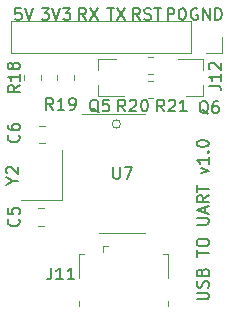
<source format=gbr>
%TF.GenerationSoftware,KiCad,Pcbnew,(5.1.7)-1*%
%TF.CreationDate,2021-02-24T18:36:54+01:00*%
%TF.ProjectId,Temperature-controller-with-ESP8266,54656d70-6572-4617-9475-72652d636f6e,rev?*%
%TF.SameCoordinates,Original*%
%TF.FileFunction,Legend,Top*%
%TF.FilePolarity,Positive*%
%FSLAX46Y46*%
G04 Gerber Fmt 4.6, Leading zero omitted, Abs format (unit mm)*
G04 Created by KiCad (PCBNEW (5.1.7)-1) date 2021-02-24 18:36:54*
%MOMM*%
%LPD*%
G01*
G04 APERTURE LIST*
%ADD10C,0.150000*%
%ADD11C,0.120000*%
G04 APERTURE END LIST*
D10*
X140676380Y-95741285D02*
X141485904Y-95741285D01*
X141581142Y-95693666D01*
X141628761Y-95646047D01*
X141676380Y-95550809D01*
X141676380Y-95360333D01*
X141628761Y-95265095D01*
X141581142Y-95217476D01*
X141485904Y-95169857D01*
X140676380Y-95169857D01*
X141628761Y-94741285D02*
X141676380Y-94598428D01*
X141676380Y-94360333D01*
X141628761Y-94265095D01*
X141581142Y-94217476D01*
X141485904Y-94169857D01*
X141390666Y-94169857D01*
X141295428Y-94217476D01*
X141247809Y-94265095D01*
X141200190Y-94360333D01*
X141152571Y-94550809D01*
X141104952Y-94646047D01*
X141057333Y-94693666D01*
X140962095Y-94741285D01*
X140866857Y-94741285D01*
X140771619Y-94693666D01*
X140724000Y-94646047D01*
X140676380Y-94550809D01*
X140676380Y-94312714D01*
X140724000Y-94169857D01*
X141152571Y-93407952D02*
X141200190Y-93265095D01*
X141247809Y-93217476D01*
X141343047Y-93169857D01*
X141485904Y-93169857D01*
X141581142Y-93217476D01*
X141628761Y-93265095D01*
X141676380Y-93360333D01*
X141676380Y-93741285D01*
X140676380Y-93741285D01*
X140676380Y-93407952D01*
X140724000Y-93312714D01*
X140771619Y-93265095D01*
X140866857Y-93217476D01*
X140962095Y-93217476D01*
X141057333Y-93265095D01*
X141104952Y-93312714D01*
X141152571Y-93407952D01*
X141152571Y-93741285D01*
X140676380Y-92122238D02*
X140676380Y-91550809D01*
X141676380Y-91836523D02*
X140676380Y-91836523D01*
X140676380Y-91027000D02*
X140676380Y-90836523D01*
X140724000Y-90741285D01*
X140819238Y-90646047D01*
X141009714Y-90598428D01*
X141343047Y-90598428D01*
X141533523Y-90646047D01*
X141628761Y-90741285D01*
X141676380Y-90836523D01*
X141676380Y-91027000D01*
X141628761Y-91122238D01*
X141533523Y-91217476D01*
X141343047Y-91265095D01*
X141009714Y-91265095D01*
X140819238Y-91217476D01*
X140724000Y-91122238D01*
X140676380Y-91027000D01*
X140676380Y-89407952D02*
X141485904Y-89407952D01*
X141581142Y-89360333D01*
X141628761Y-89312714D01*
X141676380Y-89217476D01*
X141676380Y-89027000D01*
X141628761Y-88931761D01*
X141581142Y-88884142D01*
X141485904Y-88836523D01*
X140676380Y-88836523D01*
X141390666Y-88407952D02*
X141390666Y-87931761D01*
X141676380Y-88503190D02*
X140676380Y-88169857D01*
X141676380Y-87836523D01*
X141676380Y-86931761D02*
X141200190Y-87265095D01*
X141676380Y-87503190D02*
X140676380Y-87503190D01*
X140676380Y-87122238D01*
X140724000Y-87027000D01*
X140771619Y-86979380D01*
X140866857Y-86931761D01*
X141009714Y-86931761D01*
X141104952Y-86979380D01*
X141152571Y-87027000D01*
X141200190Y-87122238D01*
X141200190Y-87503190D01*
X140676380Y-86646047D02*
X140676380Y-86074619D01*
X141676380Y-86360333D02*
X140676380Y-86360333D01*
X141009714Y-85074619D02*
X141676380Y-84836523D01*
X141009714Y-84598428D01*
X141676380Y-83693666D02*
X141676380Y-84265095D01*
X141676380Y-83979380D02*
X140676380Y-83979380D01*
X140819238Y-84074619D01*
X140914476Y-84169857D01*
X140962095Y-84265095D01*
X141581142Y-83265095D02*
X141628761Y-83217476D01*
X141676380Y-83265095D01*
X141628761Y-83312714D01*
X141581142Y-83265095D01*
X141676380Y-83265095D01*
X140676380Y-82598428D02*
X140676380Y-82503190D01*
X140724000Y-82407952D01*
X140771619Y-82360333D01*
X140866857Y-82312714D01*
X141057333Y-82265095D01*
X141295428Y-82265095D01*
X141485904Y-82312714D01*
X141581142Y-82360333D01*
X141628761Y-82407952D01*
X141676380Y-82503190D01*
X141676380Y-82598428D01*
X141628761Y-82693666D01*
X141581142Y-82741285D01*
X141485904Y-82788904D01*
X141295428Y-82836523D01*
X141057333Y-82836523D01*
X140866857Y-82788904D01*
X140771619Y-82741285D01*
X140724000Y-82693666D01*
X140676380Y-82598428D01*
D11*
X134217210Y-80899000D02*
G75*
G03*
X134217210Y-80899000I-359210J0D01*
G01*
D10*
X138199904Y-72080380D02*
X138199904Y-71080380D01*
X138580857Y-71080380D01*
X138676095Y-71128000D01*
X138723714Y-71175619D01*
X138771333Y-71270857D01*
X138771333Y-71413714D01*
X138723714Y-71508952D01*
X138676095Y-71556571D01*
X138580857Y-71604190D01*
X138199904Y-71604190D01*
X139390380Y-71080380D02*
X139485619Y-71080380D01*
X139580857Y-71128000D01*
X139628476Y-71175619D01*
X139676095Y-71270857D01*
X139723714Y-71461333D01*
X139723714Y-71699428D01*
X139676095Y-71889904D01*
X139628476Y-71985142D01*
X139580857Y-72032761D01*
X139485619Y-72080380D01*
X139390380Y-72080380D01*
X139295142Y-72032761D01*
X139247523Y-71985142D01*
X139199904Y-71889904D01*
X139152285Y-71699428D01*
X139152285Y-71461333D01*
X139199904Y-71270857D01*
X139247523Y-71175619D01*
X139295142Y-71128000D01*
X139390380Y-71080380D01*
X135850380Y-72080380D02*
X135517047Y-71604190D01*
X135278952Y-72080380D02*
X135278952Y-71080380D01*
X135659904Y-71080380D01*
X135755142Y-71128000D01*
X135802761Y-71175619D01*
X135850380Y-71270857D01*
X135850380Y-71413714D01*
X135802761Y-71508952D01*
X135755142Y-71556571D01*
X135659904Y-71604190D01*
X135278952Y-71604190D01*
X136231333Y-72032761D02*
X136374190Y-72080380D01*
X136612285Y-72080380D01*
X136707523Y-72032761D01*
X136755142Y-71985142D01*
X136802761Y-71889904D01*
X136802761Y-71794666D01*
X136755142Y-71699428D01*
X136707523Y-71651809D01*
X136612285Y-71604190D01*
X136421809Y-71556571D01*
X136326571Y-71508952D01*
X136278952Y-71461333D01*
X136231333Y-71366095D01*
X136231333Y-71270857D01*
X136278952Y-71175619D01*
X136326571Y-71128000D01*
X136421809Y-71080380D01*
X136659904Y-71080380D01*
X136802761Y-71128000D01*
X137088476Y-71080380D02*
X137659904Y-71080380D01*
X137374190Y-72080380D02*
X137374190Y-71080380D01*
X133096095Y-71080380D02*
X133667523Y-71080380D01*
X133381809Y-72080380D02*
X133381809Y-71080380D01*
X133905619Y-71080380D02*
X134572285Y-72080380D01*
X134572285Y-71080380D02*
X133905619Y-72080380D01*
X131278333Y-72080380D02*
X130945000Y-71604190D01*
X130706904Y-72080380D02*
X130706904Y-71080380D01*
X131087857Y-71080380D01*
X131183095Y-71128000D01*
X131230714Y-71175619D01*
X131278333Y-71270857D01*
X131278333Y-71413714D01*
X131230714Y-71508952D01*
X131183095Y-71556571D01*
X131087857Y-71604190D01*
X130706904Y-71604190D01*
X131611666Y-71080380D02*
X132278333Y-72080380D01*
X132278333Y-71080380D02*
X131611666Y-72080380D01*
X127539904Y-71080380D02*
X128158952Y-71080380D01*
X127825619Y-71461333D01*
X127968476Y-71461333D01*
X128063714Y-71508952D01*
X128111333Y-71556571D01*
X128158952Y-71651809D01*
X128158952Y-71889904D01*
X128111333Y-71985142D01*
X128063714Y-72032761D01*
X127968476Y-72080380D01*
X127682761Y-72080380D01*
X127587523Y-72032761D01*
X127539904Y-71985142D01*
X128444666Y-71080380D02*
X128778000Y-72080380D01*
X129111333Y-71080380D01*
X129349428Y-71080380D02*
X129968476Y-71080380D01*
X129635142Y-71461333D01*
X129778000Y-71461333D01*
X129873238Y-71508952D01*
X129920857Y-71556571D01*
X129968476Y-71651809D01*
X129968476Y-71889904D01*
X129920857Y-71985142D01*
X129873238Y-72032761D01*
X129778000Y-72080380D01*
X129492285Y-72080380D01*
X129397047Y-72032761D01*
X129349428Y-71985142D01*
X125793523Y-71080380D02*
X125317333Y-71080380D01*
X125269714Y-71556571D01*
X125317333Y-71508952D01*
X125412571Y-71461333D01*
X125650666Y-71461333D01*
X125745904Y-71508952D01*
X125793523Y-71556571D01*
X125841142Y-71651809D01*
X125841142Y-71889904D01*
X125793523Y-71985142D01*
X125745904Y-72032761D01*
X125650666Y-72080380D01*
X125412571Y-72080380D01*
X125317333Y-72032761D01*
X125269714Y-71985142D01*
X126126857Y-71080380D02*
X126460190Y-72080380D01*
X126793523Y-71080380D01*
X140716095Y-71128000D02*
X140620857Y-71080380D01*
X140478000Y-71080380D01*
X140335142Y-71128000D01*
X140239904Y-71223238D01*
X140192285Y-71318476D01*
X140144666Y-71508952D01*
X140144666Y-71651809D01*
X140192285Y-71842285D01*
X140239904Y-71937523D01*
X140335142Y-72032761D01*
X140478000Y-72080380D01*
X140573238Y-72080380D01*
X140716095Y-72032761D01*
X140763714Y-71985142D01*
X140763714Y-71651809D01*
X140573238Y-71651809D01*
X141192285Y-72080380D02*
X141192285Y-71080380D01*
X141763714Y-72080380D01*
X141763714Y-71080380D01*
X142239904Y-72080380D02*
X142239904Y-71080380D01*
X142478000Y-71080380D01*
X142620857Y-71128000D01*
X142716095Y-71223238D01*
X142763714Y-71318476D01*
X142811333Y-71508952D01*
X142811333Y-71651809D01*
X142763714Y-71842285D01*
X142716095Y-71937523D01*
X142620857Y-72032761D01*
X142478000Y-72080380D01*
X142239904Y-72080380D01*
D11*
%TO.C,C5*%
X127769252Y-88038000D02*
X127246748Y-88038000D01*
X127769252Y-89508000D02*
X127246748Y-89508000D01*
%TO.C,C6*%
X127312748Y-81053000D02*
X127835252Y-81053000D01*
X127312748Y-82523000D02*
X127835252Y-82523000D01*
%TO.C,J11*%
X132733000Y-91709000D02*
X132733000Y-91259000D01*
X133183000Y-91259000D02*
X132733000Y-91259000D01*
X130733000Y-91939000D02*
X131153000Y-91939000D01*
X130733000Y-93919000D02*
X130733000Y-91939000D01*
X130733000Y-96289000D02*
X130733000Y-95889000D01*
X138253000Y-95889000D02*
X138253000Y-96289000D01*
X138253000Y-91939000D02*
X137833000Y-91939000D01*
X138253000Y-93919000D02*
X138253000Y-91939000D01*
%TO.C,Q5*%
X132336000Y-75382000D02*
X133796000Y-75382000D01*
X132336000Y-78542000D02*
X134496000Y-78542000D01*
X132336000Y-78542000D02*
X132336000Y-77612000D01*
X132336000Y-75382000D02*
X132336000Y-76312000D01*
%TO.C,Q6*%
X141222000Y-78542000D02*
X141222000Y-77612000D01*
X141222000Y-75382000D02*
X141222000Y-76312000D01*
X141222000Y-75382000D02*
X139062000Y-75382000D01*
X141222000Y-78542000D02*
X139762000Y-78542000D01*
%TO.C,R18*%
X127481000Y-76734936D02*
X127481000Y-77189064D01*
X126011000Y-76734936D02*
X126011000Y-77189064D01*
%TO.C,R19*%
X130275000Y-77189064D02*
X130275000Y-76734936D01*
X128805000Y-77189064D02*
X128805000Y-76734936D01*
%TO.C,R20*%
X136551936Y-77243000D02*
X137006064Y-77243000D01*
X136551936Y-78713000D02*
X137006064Y-78713000D01*
%TO.C,R21*%
X137006064Y-75211000D02*
X136551936Y-75211000D01*
X137006064Y-76681000D02*
X136551936Y-76681000D01*
%TO.C,U7*%
X134366000Y-90150000D02*
X136316000Y-90150000D01*
X134366000Y-90150000D02*
X132416000Y-90150000D01*
X134366000Y-80030000D02*
X136316000Y-80030000D01*
X134366000Y-80030000D02*
X130916000Y-80030000D01*
%TO.C,Y2*%
X125758000Y-87317000D02*
X129258000Y-87317000D01*
X129258000Y-87317000D02*
X129258000Y-83117000D01*
%TO.C,J12*%
X140208000Y-72203000D02*
X140208000Y-74863000D01*
X140208000Y-72203000D02*
X124908000Y-72203000D01*
X124908000Y-72203000D02*
X124908000Y-74863000D01*
X140208000Y-74863000D02*
X124908000Y-74863000D01*
X142808000Y-74863000D02*
X141478000Y-74863000D01*
X142808000Y-73533000D02*
X142808000Y-74863000D01*
%TD*%
%TO.C,C5*%
D10*
X125579142Y-88939666D02*
X125626761Y-88987285D01*
X125674380Y-89130142D01*
X125674380Y-89225380D01*
X125626761Y-89368238D01*
X125531523Y-89463476D01*
X125436285Y-89511095D01*
X125245809Y-89558714D01*
X125102952Y-89558714D01*
X124912476Y-89511095D01*
X124817238Y-89463476D01*
X124722000Y-89368238D01*
X124674380Y-89225380D01*
X124674380Y-89130142D01*
X124722000Y-88987285D01*
X124769619Y-88939666D01*
X124674380Y-88034904D02*
X124674380Y-88511095D01*
X125150571Y-88558714D01*
X125102952Y-88511095D01*
X125055333Y-88415857D01*
X125055333Y-88177761D01*
X125102952Y-88082523D01*
X125150571Y-88034904D01*
X125245809Y-87987285D01*
X125483904Y-87987285D01*
X125579142Y-88034904D01*
X125626761Y-88082523D01*
X125674380Y-88177761D01*
X125674380Y-88415857D01*
X125626761Y-88511095D01*
X125579142Y-88558714D01*
%TO.C,C6*%
X125579142Y-81827666D02*
X125626761Y-81875285D01*
X125674380Y-82018142D01*
X125674380Y-82113380D01*
X125626761Y-82256238D01*
X125531523Y-82351476D01*
X125436285Y-82399095D01*
X125245809Y-82446714D01*
X125102952Y-82446714D01*
X124912476Y-82399095D01*
X124817238Y-82351476D01*
X124722000Y-82256238D01*
X124674380Y-82113380D01*
X124674380Y-82018142D01*
X124722000Y-81875285D01*
X124769619Y-81827666D01*
X124674380Y-80970523D02*
X124674380Y-81161000D01*
X124722000Y-81256238D01*
X124769619Y-81303857D01*
X124912476Y-81399095D01*
X125102952Y-81446714D01*
X125483904Y-81446714D01*
X125579142Y-81399095D01*
X125626761Y-81351476D01*
X125674380Y-81256238D01*
X125674380Y-81065761D01*
X125626761Y-80970523D01*
X125579142Y-80922904D01*
X125483904Y-80875285D01*
X125245809Y-80875285D01*
X125150571Y-80922904D01*
X125102952Y-80970523D01*
X125055333Y-81065761D01*
X125055333Y-81256238D01*
X125102952Y-81351476D01*
X125150571Y-81399095D01*
X125245809Y-81446714D01*
%TO.C,J11*%
X128349476Y-93051380D02*
X128349476Y-93765666D01*
X128301857Y-93908523D01*
X128206619Y-94003761D01*
X128063761Y-94051380D01*
X127968523Y-94051380D01*
X129349476Y-94051380D02*
X128778047Y-94051380D01*
X129063761Y-94051380D02*
X129063761Y-93051380D01*
X128968523Y-93194238D01*
X128873285Y-93289476D01*
X128778047Y-93337095D01*
X130301857Y-94051380D02*
X129730428Y-94051380D01*
X130016142Y-94051380D02*
X130016142Y-93051380D01*
X129920904Y-93194238D01*
X129825666Y-93289476D01*
X129730428Y-93337095D01*
%TO.C,Q5*%
X132365761Y-79922619D02*
X132270523Y-79875000D01*
X132175285Y-79779761D01*
X132032428Y-79636904D01*
X131937190Y-79589285D01*
X131841952Y-79589285D01*
X131889571Y-79827380D02*
X131794333Y-79779761D01*
X131699095Y-79684523D01*
X131651476Y-79494047D01*
X131651476Y-79160714D01*
X131699095Y-78970238D01*
X131794333Y-78875000D01*
X131889571Y-78827380D01*
X132080047Y-78827380D01*
X132175285Y-78875000D01*
X132270523Y-78970238D01*
X132318142Y-79160714D01*
X132318142Y-79494047D01*
X132270523Y-79684523D01*
X132175285Y-79779761D01*
X132080047Y-79827380D01*
X131889571Y-79827380D01*
X133222904Y-78827380D02*
X132746714Y-78827380D01*
X132699095Y-79303571D01*
X132746714Y-79255952D01*
X132841952Y-79208333D01*
X133080047Y-79208333D01*
X133175285Y-79255952D01*
X133222904Y-79303571D01*
X133270523Y-79398809D01*
X133270523Y-79636904D01*
X133222904Y-79732142D01*
X133175285Y-79779761D01*
X133080047Y-79827380D01*
X132841952Y-79827380D01*
X132746714Y-79779761D01*
X132699095Y-79732142D01*
%TO.C,Q6*%
X141636761Y-80049619D02*
X141541523Y-80002000D01*
X141446285Y-79906761D01*
X141303428Y-79763904D01*
X141208190Y-79716285D01*
X141112952Y-79716285D01*
X141160571Y-79954380D02*
X141065333Y-79906761D01*
X140970095Y-79811523D01*
X140922476Y-79621047D01*
X140922476Y-79287714D01*
X140970095Y-79097238D01*
X141065333Y-79002000D01*
X141160571Y-78954380D01*
X141351047Y-78954380D01*
X141446285Y-79002000D01*
X141541523Y-79097238D01*
X141589142Y-79287714D01*
X141589142Y-79621047D01*
X141541523Y-79811523D01*
X141446285Y-79906761D01*
X141351047Y-79954380D01*
X141160571Y-79954380D01*
X142446285Y-78954380D02*
X142255809Y-78954380D01*
X142160571Y-79002000D01*
X142112952Y-79049619D01*
X142017714Y-79192476D01*
X141970095Y-79382952D01*
X141970095Y-79763904D01*
X142017714Y-79859142D01*
X142065333Y-79906761D01*
X142160571Y-79954380D01*
X142351047Y-79954380D01*
X142446285Y-79906761D01*
X142493904Y-79859142D01*
X142541523Y-79763904D01*
X142541523Y-79525809D01*
X142493904Y-79430571D01*
X142446285Y-79382952D01*
X142351047Y-79335333D01*
X142160571Y-79335333D01*
X142065333Y-79382952D01*
X142017714Y-79430571D01*
X141970095Y-79525809D01*
%TO.C,R18*%
X125674380Y-77604857D02*
X125198190Y-77938190D01*
X125674380Y-78176285D02*
X124674380Y-78176285D01*
X124674380Y-77795333D01*
X124722000Y-77700095D01*
X124769619Y-77652476D01*
X124864857Y-77604857D01*
X125007714Y-77604857D01*
X125102952Y-77652476D01*
X125150571Y-77700095D01*
X125198190Y-77795333D01*
X125198190Y-78176285D01*
X125674380Y-76652476D02*
X125674380Y-77223904D01*
X125674380Y-76938190D02*
X124674380Y-76938190D01*
X124817238Y-77033428D01*
X124912476Y-77128666D01*
X124960095Y-77223904D01*
X125102952Y-76081047D02*
X125055333Y-76176285D01*
X125007714Y-76223904D01*
X124912476Y-76271523D01*
X124864857Y-76271523D01*
X124769619Y-76223904D01*
X124722000Y-76176285D01*
X124674380Y-76081047D01*
X124674380Y-75890571D01*
X124722000Y-75795333D01*
X124769619Y-75747714D01*
X124864857Y-75700095D01*
X124912476Y-75700095D01*
X125007714Y-75747714D01*
X125055333Y-75795333D01*
X125102952Y-75890571D01*
X125102952Y-76081047D01*
X125150571Y-76176285D01*
X125198190Y-76223904D01*
X125293428Y-76271523D01*
X125483904Y-76271523D01*
X125579142Y-76223904D01*
X125626761Y-76176285D01*
X125674380Y-76081047D01*
X125674380Y-75890571D01*
X125626761Y-75795333D01*
X125579142Y-75747714D01*
X125483904Y-75700095D01*
X125293428Y-75700095D01*
X125198190Y-75747714D01*
X125150571Y-75795333D01*
X125102952Y-75890571D01*
%TO.C,R19*%
X128516142Y-79700380D02*
X128182809Y-79224190D01*
X127944714Y-79700380D02*
X127944714Y-78700380D01*
X128325666Y-78700380D01*
X128420904Y-78748000D01*
X128468523Y-78795619D01*
X128516142Y-78890857D01*
X128516142Y-79033714D01*
X128468523Y-79128952D01*
X128420904Y-79176571D01*
X128325666Y-79224190D01*
X127944714Y-79224190D01*
X129468523Y-79700380D02*
X128897095Y-79700380D01*
X129182809Y-79700380D02*
X129182809Y-78700380D01*
X129087571Y-78843238D01*
X128992333Y-78938476D01*
X128897095Y-78986095D01*
X129944714Y-79700380D02*
X130135190Y-79700380D01*
X130230428Y-79652761D01*
X130278047Y-79605142D01*
X130373285Y-79462285D01*
X130420904Y-79271809D01*
X130420904Y-78890857D01*
X130373285Y-78795619D01*
X130325666Y-78748000D01*
X130230428Y-78700380D01*
X130039952Y-78700380D01*
X129944714Y-78748000D01*
X129897095Y-78795619D01*
X129849476Y-78890857D01*
X129849476Y-79128952D01*
X129897095Y-79224190D01*
X129944714Y-79271809D01*
X130039952Y-79319428D01*
X130230428Y-79319428D01*
X130325666Y-79271809D01*
X130373285Y-79224190D01*
X130420904Y-79128952D01*
%TO.C,R20*%
X134612142Y-79827380D02*
X134278809Y-79351190D01*
X134040714Y-79827380D02*
X134040714Y-78827380D01*
X134421666Y-78827380D01*
X134516904Y-78875000D01*
X134564523Y-78922619D01*
X134612142Y-79017857D01*
X134612142Y-79160714D01*
X134564523Y-79255952D01*
X134516904Y-79303571D01*
X134421666Y-79351190D01*
X134040714Y-79351190D01*
X134993095Y-78922619D02*
X135040714Y-78875000D01*
X135135952Y-78827380D01*
X135374047Y-78827380D01*
X135469285Y-78875000D01*
X135516904Y-78922619D01*
X135564523Y-79017857D01*
X135564523Y-79113095D01*
X135516904Y-79255952D01*
X134945476Y-79827380D01*
X135564523Y-79827380D01*
X136183571Y-78827380D02*
X136278809Y-78827380D01*
X136374047Y-78875000D01*
X136421666Y-78922619D01*
X136469285Y-79017857D01*
X136516904Y-79208333D01*
X136516904Y-79446428D01*
X136469285Y-79636904D01*
X136421666Y-79732142D01*
X136374047Y-79779761D01*
X136278809Y-79827380D01*
X136183571Y-79827380D01*
X136088333Y-79779761D01*
X136040714Y-79732142D01*
X135993095Y-79636904D01*
X135945476Y-79446428D01*
X135945476Y-79208333D01*
X135993095Y-79017857D01*
X136040714Y-78922619D01*
X136088333Y-78875000D01*
X136183571Y-78827380D01*
%TO.C,R21*%
X137914142Y-79827380D02*
X137580809Y-79351190D01*
X137342714Y-79827380D02*
X137342714Y-78827380D01*
X137723666Y-78827380D01*
X137818904Y-78875000D01*
X137866523Y-78922619D01*
X137914142Y-79017857D01*
X137914142Y-79160714D01*
X137866523Y-79255952D01*
X137818904Y-79303571D01*
X137723666Y-79351190D01*
X137342714Y-79351190D01*
X138295095Y-78922619D02*
X138342714Y-78875000D01*
X138437952Y-78827380D01*
X138676047Y-78827380D01*
X138771285Y-78875000D01*
X138818904Y-78922619D01*
X138866523Y-79017857D01*
X138866523Y-79113095D01*
X138818904Y-79255952D01*
X138247476Y-79827380D01*
X138866523Y-79827380D01*
X139818904Y-79827380D02*
X139247476Y-79827380D01*
X139533190Y-79827380D02*
X139533190Y-78827380D01*
X139437952Y-78970238D01*
X139342714Y-79065476D01*
X139247476Y-79113095D01*
%TO.C,U7*%
X133604095Y-84542380D02*
X133604095Y-85351904D01*
X133651714Y-85447142D01*
X133699333Y-85494761D01*
X133794571Y-85542380D01*
X133985047Y-85542380D01*
X134080285Y-85494761D01*
X134127904Y-85447142D01*
X134175523Y-85351904D01*
X134175523Y-84542380D01*
X134556476Y-84542380D02*
X135223142Y-84542380D01*
X134794571Y-85542380D01*
%TO.C,Y2*%
X125071190Y-85693190D02*
X125547380Y-85693190D01*
X124547380Y-86026523D02*
X125071190Y-85693190D01*
X124547380Y-85359857D01*
X124642619Y-85074142D02*
X124595000Y-85026523D01*
X124547380Y-84931285D01*
X124547380Y-84693190D01*
X124595000Y-84597952D01*
X124642619Y-84550333D01*
X124737857Y-84502714D01*
X124833095Y-84502714D01*
X124975952Y-84550333D01*
X125547380Y-85121761D01*
X125547380Y-84502714D01*
%TO.C,J12*%
X141692380Y-77644523D02*
X142406666Y-77644523D01*
X142549523Y-77692142D01*
X142644761Y-77787380D01*
X142692380Y-77930238D01*
X142692380Y-78025476D01*
X142692380Y-76644523D02*
X142692380Y-77215952D01*
X142692380Y-76930238D02*
X141692380Y-76930238D01*
X141835238Y-77025476D01*
X141930476Y-77120714D01*
X141978095Y-77215952D01*
X141787619Y-76263571D02*
X141740000Y-76215952D01*
X141692380Y-76120714D01*
X141692380Y-75882619D01*
X141740000Y-75787380D01*
X141787619Y-75739761D01*
X141882857Y-75692142D01*
X141978095Y-75692142D01*
X142120952Y-75739761D01*
X142692380Y-76311190D01*
X142692380Y-75692142D01*
%TD*%
M02*

</source>
